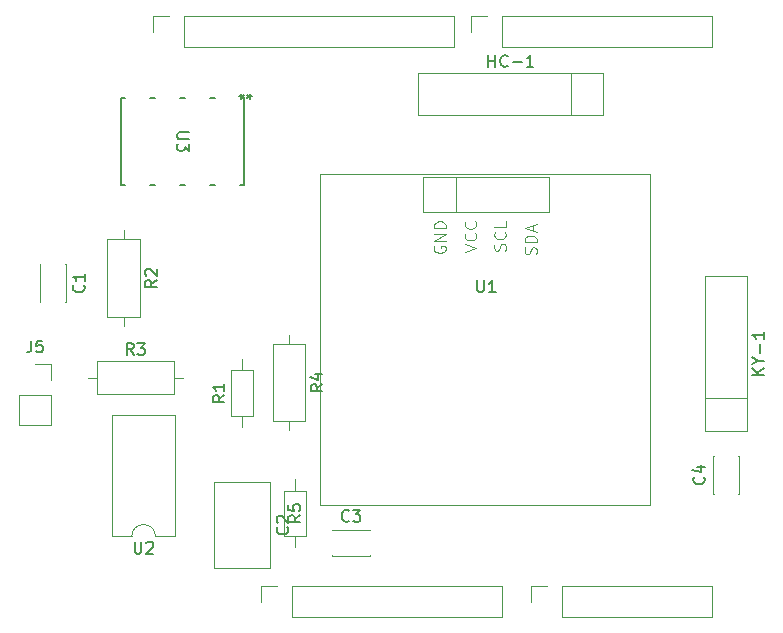
<source format=gbr>
%TF.GenerationSoftware,KiCad,Pcbnew,8.0.3*%
%TF.CreationDate,2025-03-28T09:53:16+01:00*%
%TF.ProjectId,capteur graphite CouBeh,63617074-6575-4722-9067-726170686974,rev?*%
%TF.SameCoordinates,Original*%
%TF.FileFunction,Legend,Top*%
%TF.FilePolarity,Positive*%
%FSLAX46Y46*%
G04 Gerber Fmt 4.6, Leading zero omitted, Abs format (unit mm)*
G04 Created by KiCad (PCBNEW 8.0.3) date 2025-03-28 09:53:16*
%MOMM*%
%LPD*%
G01*
G04 APERTURE LIST*
%ADD10C,0.150000*%
%ADD11C,0.100000*%
%ADD12C,0.120000*%
%ADD13C,0.152400*%
G04 APERTURE END LIST*
D10*
X117824819Y-70246666D02*
X117348628Y-70579999D01*
X117824819Y-70818094D02*
X116824819Y-70818094D01*
X116824819Y-70818094D02*
X116824819Y-70437142D01*
X116824819Y-70437142D02*
X116872438Y-70341904D01*
X116872438Y-70341904D02*
X116920057Y-70294285D01*
X116920057Y-70294285D02*
X117015295Y-70246666D01*
X117015295Y-70246666D02*
X117158152Y-70246666D01*
X117158152Y-70246666D02*
X117253390Y-70294285D01*
X117253390Y-70294285D02*
X117301009Y-70341904D01*
X117301009Y-70341904D02*
X117348628Y-70437142D01*
X117348628Y-70437142D02*
X117348628Y-70818094D01*
X116920057Y-69865713D02*
X116872438Y-69818094D01*
X116872438Y-69818094D02*
X116824819Y-69722856D01*
X116824819Y-69722856D02*
X116824819Y-69484761D01*
X116824819Y-69484761D02*
X116872438Y-69389523D01*
X116872438Y-69389523D02*
X116920057Y-69341904D01*
X116920057Y-69341904D02*
X117015295Y-69294285D01*
X117015295Y-69294285D02*
X117110533Y-69294285D01*
X117110533Y-69294285D02*
X117253390Y-69341904D01*
X117253390Y-69341904D02*
X117824819Y-69913332D01*
X117824819Y-69913332D02*
X117824819Y-69294285D01*
X169224819Y-78245713D02*
X168224819Y-78245713D01*
X169224819Y-77674285D02*
X168653390Y-78102856D01*
X168224819Y-77674285D02*
X168796247Y-78245713D01*
X168748628Y-77055237D02*
X169224819Y-77055237D01*
X168224819Y-77388570D02*
X168748628Y-77055237D01*
X168748628Y-77055237D02*
X168224819Y-76721904D01*
X168843866Y-76388570D02*
X168843866Y-75626666D01*
X169224819Y-74626666D02*
X169224819Y-75198094D01*
X169224819Y-74912380D02*
X168224819Y-74912380D01*
X168224819Y-74912380D02*
X168367676Y-75007618D01*
X168367676Y-75007618D02*
X168462914Y-75102856D01*
X168462914Y-75102856D02*
X168510533Y-75198094D01*
X131824819Y-79086666D02*
X131348628Y-79419999D01*
X131824819Y-79658094D02*
X130824819Y-79658094D01*
X130824819Y-79658094D02*
X130824819Y-79277142D01*
X130824819Y-79277142D02*
X130872438Y-79181904D01*
X130872438Y-79181904D02*
X130920057Y-79134285D01*
X130920057Y-79134285D02*
X131015295Y-79086666D01*
X131015295Y-79086666D02*
X131158152Y-79086666D01*
X131158152Y-79086666D02*
X131253390Y-79134285D01*
X131253390Y-79134285D02*
X131301009Y-79181904D01*
X131301009Y-79181904D02*
X131348628Y-79277142D01*
X131348628Y-79277142D02*
X131348628Y-79658094D01*
X131158152Y-78229523D02*
X131824819Y-78229523D01*
X130777200Y-78467618D02*
X131491485Y-78705713D01*
X131491485Y-78705713D02*
X131491485Y-78086666D01*
X115833333Y-76584819D02*
X115500000Y-76108628D01*
X115261905Y-76584819D02*
X115261905Y-75584819D01*
X115261905Y-75584819D02*
X115642857Y-75584819D01*
X115642857Y-75584819D02*
X115738095Y-75632438D01*
X115738095Y-75632438D02*
X115785714Y-75680057D01*
X115785714Y-75680057D02*
X115833333Y-75775295D01*
X115833333Y-75775295D02*
X115833333Y-75918152D01*
X115833333Y-75918152D02*
X115785714Y-76013390D01*
X115785714Y-76013390D02*
X115738095Y-76061009D01*
X115738095Y-76061009D02*
X115642857Y-76108628D01*
X115642857Y-76108628D02*
X115261905Y-76108628D01*
X116166667Y-75584819D02*
X116785714Y-75584819D01*
X116785714Y-75584819D02*
X116452381Y-75965771D01*
X116452381Y-75965771D02*
X116595238Y-75965771D01*
X116595238Y-75965771D02*
X116690476Y-76013390D01*
X116690476Y-76013390D02*
X116738095Y-76061009D01*
X116738095Y-76061009D02*
X116785714Y-76156247D01*
X116785714Y-76156247D02*
X116785714Y-76394342D01*
X116785714Y-76394342D02*
X116738095Y-76489580D01*
X116738095Y-76489580D02*
X116690476Y-76537200D01*
X116690476Y-76537200D02*
X116595238Y-76584819D01*
X116595238Y-76584819D02*
X116309524Y-76584819D01*
X116309524Y-76584819D02*
X116214286Y-76537200D01*
X116214286Y-76537200D02*
X116166667Y-76489580D01*
X145889048Y-52184819D02*
X145889048Y-51184819D01*
X145889048Y-51661009D02*
X146460476Y-51661009D01*
X146460476Y-52184819D02*
X146460476Y-51184819D01*
X147508095Y-52089580D02*
X147460476Y-52137200D01*
X147460476Y-52137200D02*
X147317619Y-52184819D01*
X147317619Y-52184819D02*
X147222381Y-52184819D01*
X147222381Y-52184819D02*
X147079524Y-52137200D01*
X147079524Y-52137200D02*
X146984286Y-52041961D01*
X146984286Y-52041961D02*
X146936667Y-51946723D01*
X146936667Y-51946723D02*
X146889048Y-51756247D01*
X146889048Y-51756247D02*
X146889048Y-51613390D01*
X146889048Y-51613390D02*
X146936667Y-51422914D01*
X146936667Y-51422914D02*
X146984286Y-51327676D01*
X146984286Y-51327676D02*
X147079524Y-51232438D01*
X147079524Y-51232438D02*
X147222381Y-51184819D01*
X147222381Y-51184819D02*
X147317619Y-51184819D01*
X147317619Y-51184819D02*
X147460476Y-51232438D01*
X147460476Y-51232438D02*
X147508095Y-51280057D01*
X147936667Y-51803866D02*
X148698572Y-51803866D01*
X149698571Y-52184819D02*
X149127143Y-52184819D01*
X149412857Y-52184819D02*
X149412857Y-51184819D01*
X149412857Y-51184819D02*
X149317619Y-51327676D01*
X149317619Y-51327676D02*
X149222381Y-51422914D01*
X149222381Y-51422914D02*
X149127143Y-51470533D01*
X128859580Y-91166666D02*
X128907200Y-91214285D01*
X128907200Y-91214285D02*
X128954819Y-91357142D01*
X128954819Y-91357142D02*
X128954819Y-91452380D01*
X128954819Y-91452380D02*
X128907200Y-91595237D01*
X128907200Y-91595237D02*
X128811961Y-91690475D01*
X128811961Y-91690475D02*
X128716723Y-91738094D01*
X128716723Y-91738094D02*
X128526247Y-91785713D01*
X128526247Y-91785713D02*
X128383390Y-91785713D01*
X128383390Y-91785713D02*
X128192914Y-91738094D01*
X128192914Y-91738094D02*
X128097676Y-91690475D01*
X128097676Y-91690475D02*
X128002438Y-91595237D01*
X128002438Y-91595237D02*
X127954819Y-91452380D01*
X127954819Y-91452380D02*
X127954819Y-91357142D01*
X127954819Y-91357142D02*
X128002438Y-91214285D01*
X128002438Y-91214285D02*
X128050057Y-91166666D01*
X128050057Y-90785713D02*
X128002438Y-90738094D01*
X128002438Y-90738094D02*
X127954819Y-90642856D01*
X127954819Y-90642856D02*
X127954819Y-90404761D01*
X127954819Y-90404761D02*
X128002438Y-90309523D01*
X128002438Y-90309523D02*
X128050057Y-90261904D01*
X128050057Y-90261904D02*
X128145295Y-90214285D01*
X128145295Y-90214285D02*
X128240533Y-90214285D01*
X128240533Y-90214285D02*
X128383390Y-90261904D01*
X128383390Y-90261904D02*
X128954819Y-90833332D01*
X128954819Y-90833332D02*
X128954819Y-90214285D01*
X120545180Y-57738095D02*
X119735657Y-57738095D01*
X119735657Y-57738095D02*
X119640419Y-57785714D01*
X119640419Y-57785714D02*
X119592800Y-57833333D01*
X119592800Y-57833333D02*
X119545180Y-57928571D01*
X119545180Y-57928571D02*
X119545180Y-58119047D01*
X119545180Y-58119047D02*
X119592800Y-58214285D01*
X119592800Y-58214285D02*
X119640419Y-58261904D01*
X119640419Y-58261904D02*
X119735657Y-58309523D01*
X119735657Y-58309523D02*
X120545180Y-58309523D01*
X120545180Y-58690476D02*
X120545180Y-59309523D01*
X120545180Y-59309523D02*
X120164228Y-58976190D01*
X120164228Y-58976190D02*
X120164228Y-59119047D01*
X120164228Y-59119047D02*
X120116609Y-59214285D01*
X120116609Y-59214285D02*
X120068990Y-59261904D01*
X120068990Y-59261904D02*
X119973752Y-59309523D01*
X119973752Y-59309523D02*
X119735657Y-59309523D01*
X119735657Y-59309523D02*
X119640419Y-59261904D01*
X119640419Y-59261904D02*
X119592800Y-59214285D01*
X119592800Y-59214285D02*
X119545180Y-59119047D01*
X119545180Y-59119047D02*
X119545180Y-58833333D01*
X119545180Y-58833333D02*
X119592800Y-58738095D01*
X119592800Y-58738095D02*
X119640419Y-58690476D01*
X124776119Y-54689999D02*
X125014214Y-54689999D01*
X124918976Y-54928094D02*
X125014214Y-54689999D01*
X125014214Y-54689999D02*
X124918976Y-54451904D01*
X125204690Y-54832856D02*
X125014214Y-54689999D01*
X125014214Y-54689999D02*
X125204690Y-54547142D01*
X125866480Y-54690000D02*
X125628385Y-54690000D01*
X125723623Y-54451905D02*
X125628385Y-54690000D01*
X125628385Y-54690000D02*
X125723623Y-54928095D01*
X125437909Y-54547143D02*
X125628385Y-54690000D01*
X125628385Y-54690000D02*
X125437909Y-54832857D01*
X123534819Y-79976666D02*
X123058628Y-80309999D01*
X123534819Y-80548094D02*
X122534819Y-80548094D01*
X122534819Y-80548094D02*
X122534819Y-80167142D01*
X122534819Y-80167142D02*
X122582438Y-80071904D01*
X122582438Y-80071904D02*
X122630057Y-80024285D01*
X122630057Y-80024285D02*
X122725295Y-79976666D01*
X122725295Y-79976666D02*
X122868152Y-79976666D01*
X122868152Y-79976666D02*
X122963390Y-80024285D01*
X122963390Y-80024285D02*
X123011009Y-80071904D01*
X123011009Y-80071904D02*
X123058628Y-80167142D01*
X123058628Y-80167142D02*
X123058628Y-80548094D01*
X123534819Y-79024285D02*
X123534819Y-79595713D01*
X123534819Y-79309999D02*
X122534819Y-79309999D01*
X122534819Y-79309999D02*
X122677676Y-79405237D01*
X122677676Y-79405237D02*
X122772914Y-79500475D01*
X122772914Y-79500475D02*
X122820533Y-79595713D01*
X164109580Y-86916666D02*
X164157200Y-86964285D01*
X164157200Y-86964285D02*
X164204819Y-87107142D01*
X164204819Y-87107142D02*
X164204819Y-87202380D01*
X164204819Y-87202380D02*
X164157200Y-87345237D01*
X164157200Y-87345237D02*
X164061961Y-87440475D01*
X164061961Y-87440475D02*
X163966723Y-87488094D01*
X163966723Y-87488094D02*
X163776247Y-87535713D01*
X163776247Y-87535713D02*
X163633390Y-87535713D01*
X163633390Y-87535713D02*
X163442914Y-87488094D01*
X163442914Y-87488094D02*
X163347676Y-87440475D01*
X163347676Y-87440475D02*
X163252438Y-87345237D01*
X163252438Y-87345237D02*
X163204819Y-87202380D01*
X163204819Y-87202380D02*
X163204819Y-87107142D01*
X163204819Y-87107142D02*
X163252438Y-86964285D01*
X163252438Y-86964285D02*
X163300057Y-86916666D01*
X163538152Y-86059523D02*
X164204819Y-86059523D01*
X163157200Y-86297618D02*
X163871485Y-86535713D01*
X163871485Y-86535713D02*
X163871485Y-85916666D01*
X107166666Y-75364819D02*
X107166666Y-76079104D01*
X107166666Y-76079104D02*
X107119047Y-76221961D01*
X107119047Y-76221961D02*
X107023809Y-76317200D01*
X107023809Y-76317200D02*
X106880952Y-76364819D01*
X106880952Y-76364819D02*
X106785714Y-76364819D01*
X108119047Y-75364819D02*
X107642857Y-75364819D01*
X107642857Y-75364819D02*
X107595238Y-75841009D01*
X107595238Y-75841009D02*
X107642857Y-75793390D01*
X107642857Y-75793390D02*
X107738095Y-75745771D01*
X107738095Y-75745771D02*
X107976190Y-75745771D01*
X107976190Y-75745771D02*
X108071428Y-75793390D01*
X108071428Y-75793390D02*
X108119047Y-75841009D01*
X108119047Y-75841009D02*
X108166666Y-75936247D01*
X108166666Y-75936247D02*
X108166666Y-76174342D01*
X108166666Y-76174342D02*
X108119047Y-76269580D01*
X108119047Y-76269580D02*
X108071428Y-76317200D01*
X108071428Y-76317200D02*
X107976190Y-76364819D01*
X107976190Y-76364819D02*
X107738095Y-76364819D01*
X107738095Y-76364819D02*
X107642857Y-76317200D01*
X107642857Y-76317200D02*
X107595238Y-76269580D01*
X111609580Y-70666666D02*
X111657200Y-70714285D01*
X111657200Y-70714285D02*
X111704819Y-70857142D01*
X111704819Y-70857142D02*
X111704819Y-70952380D01*
X111704819Y-70952380D02*
X111657200Y-71095237D01*
X111657200Y-71095237D02*
X111561961Y-71190475D01*
X111561961Y-71190475D02*
X111466723Y-71238094D01*
X111466723Y-71238094D02*
X111276247Y-71285713D01*
X111276247Y-71285713D02*
X111133390Y-71285713D01*
X111133390Y-71285713D02*
X110942914Y-71238094D01*
X110942914Y-71238094D02*
X110847676Y-71190475D01*
X110847676Y-71190475D02*
X110752438Y-71095237D01*
X110752438Y-71095237D02*
X110704819Y-70952380D01*
X110704819Y-70952380D02*
X110704819Y-70857142D01*
X110704819Y-70857142D02*
X110752438Y-70714285D01*
X110752438Y-70714285D02*
X110800057Y-70666666D01*
X111704819Y-69714285D02*
X111704819Y-70285713D01*
X111704819Y-69999999D02*
X110704819Y-69999999D01*
X110704819Y-69999999D02*
X110847676Y-70095237D01*
X110847676Y-70095237D02*
X110942914Y-70190475D01*
X110942914Y-70190475D02*
X110990533Y-70285713D01*
X115928095Y-92404819D02*
X115928095Y-93214342D01*
X115928095Y-93214342D02*
X115975714Y-93309580D01*
X115975714Y-93309580D02*
X116023333Y-93357200D01*
X116023333Y-93357200D02*
X116118571Y-93404819D01*
X116118571Y-93404819D02*
X116309047Y-93404819D01*
X116309047Y-93404819D02*
X116404285Y-93357200D01*
X116404285Y-93357200D02*
X116451904Y-93309580D01*
X116451904Y-93309580D02*
X116499523Y-93214342D01*
X116499523Y-93214342D02*
X116499523Y-92404819D01*
X116928095Y-92500057D02*
X116975714Y-92452438D01*
X116975714Y-92452438D02*
X117070952Y-92404819D01*
X117070952Y-92404819D02*
X117309047Y-92404819D01*
X117309047Y-92404819D02*
X117404285Y-92452438D01*
X117404285Y-92452438D02*
X117451904Y-92500057D01*
X117451904Y-92500057D02*
X117499523Y-92595295D01*
X117499523Y-92595295D02*
X117499523Y-92690533D01*
X117499523Y-92690533D02*
X117451904Y-92833390D01*
X117451904Y-92833390D02*
X116880476Y-93404819D01*
X116880476Y-93404819D02*
X117499523Y-93404819D01*
X134083333Y-90609580D02*
X134035714Y-90657200D01*
X134035714Y-90657200D02*
X133892857Y-90704819D01*
X133892857Y-90704819D02*
X133797619Y-90704819D01*
X133797619Y-90704819D02*
X133654762Y-90657200D01*
X133654762Y-90657200D02*
X133559524Y-90561961D01*
X133559524Y-90561961D02*
X133511905Y-90466723D01*
X133511905Y-90466723D02*
X133464286Y-90276247D01*
X133464286Y-90276247D02*
X133464286Y-90133390D01*
X133464286Y-90133390D02*
X133511905Y-89942914D01*
X133511905Y-89942914D02*
X133559524Y-89847676D01*
X133559524Y-89847676D02*
X133654762Y-89752438D01*
X133654762Y-89752438D02*
X133797619Y-89704819D01*
X133797619Y-89704819D02*
X133892857Y-89704819D01*
X133892857Y-89704819D02*
X134035714Y-89752438D01*
X134035714Y-89752438D02*
X134083333Y-89800057D01*
X134416667Y-89704819D02*
X135035714Y-89704819D01*
X135035714Y-89704819D02*
X134702381Y-90085771D01*
X134702381Y-90085771D02*
X134845238Y-90085771D01*
X134845238Y-90085771D02*
X134940476Y-90133390D01*
X134940476Y-90133390D02*
X134988095Y-90181009D01*
X134988095Y-90181009D02*
X135035714Y-90276247D01*
X135035714Y-90276247D02*
X135035714Y-90514342D01*
X135035714Y-90514342D02*
X134988095Y-90609580D01*
X134988095Y-90609580D02*
X134940476Y-90657200D01*
X134940476Y-90657200D02*
X134845238Y-90704819D01*
X134845238Y-90704819D02*
X134559524Y-90704819D01*
X134559524Y-90704819D02*
X134464286Y-90657200D01*
X134464286Y-90657200D02*
X134416667Y-90609580D01*
X129954819Y-90166666D02*
X129478628Y-90499999D01*
X129954819Y-90738094D02*
X128954819Y-90738094D01*
X128954819Y-90738094D02*
X128954819Y-90357142D01*
X128954819Y-90357142D02*
X129002438Y-90261904D01*
X129002438Y-90261904D02*
X129050057Y-90214285D01*
X129050057Y-90214285D02*
X129145295Y-90166666D01*
X129145295Y-90166666D02*
X129288152Y-90166666D01*
X129288152Y-90166666D02*
X129383390Y-90214285D01*
X129383390Y-90214285D02*
X129431009Y-90261904D01*
X129431009Y-90261904D02*
X129478628Y-90357142D01*
X129478628Y-90357142D02*
X129478628Y-90738094D01*
X128954819Y-89261904D02*
X128954819Y-89738094D01*
X128954819Y-89738094D02*
X129431009Y-89785713D01*
X129431009Y-89785713D02*
X129383390Y-89738094D01*
X129383390Y-89738094D02*
X129335771Y-89642856D01*
X129335771Y-89642856D02*
X129335771Y-89404761D01*
X129335771Y-89404761D02*
X129383390Y-89309523D01*
X129383390Y-89309523D02*
X129431009Y-89261904D01*
X129431009Y-89261904D02*
X129526247Y-89214285D01*
X129526247Y-89214285D02*
X129764342Y-89214285D01*
X129764342Y-89214285D02*
X129859580Y-89261904D01*
X129859580Y-89261904D02*
X129907200Y-89309523D01*
X129907200Y-89309523D02*
X129954819Y-89404761D01*
X129954819Y-89404761D02*
X129954819Y-89642856D01*
X129954819Y-89642856D02*
X129907200Y-89738094D01*
X129907200Y-89738094D02*
X129859580Y-89785713D01*
X144928095Y-70254819D02*
X144928095Y-71064342D01*
X144928095Y-71064342D02*
X144975714Y-71159580D01*
X144975714Y-71159580D02*
X145023333Y-71207200D01*
X145023333Y-71207200D02*
X145118571Y-71254819D01*
X145118571Y-71254819D02*
X145309047Y-71254819D01*
X145309047Y-71254819D02*
X145404285Y-71207200D01*
X145404285Y-71207200D02*
X145451904Y-71159580D01*
X145451904Y-71159580D02*
X145499523Y-71064342D01*
X145499523Y-71064342D02*
X145499523Y-70254819D01*
X146499523Y-71254819D02*
X145928095Y-71254819D01*
X146213809Y-71254819D02*
X146213809Y-70254819D01*
X146213809Y-70254819D02*
X146118571Y-70397676D01*
X146118571Y-70397676D02*
X146023333Y-70492914D01*
X146023333Y-70492914D02*
X145928095Y-70540533D01*
D11*
X141310038Y-67372306D02*
X141262419Y-67467544D01*
X141262419Y-67467544D02*
X141262419Y-67610401D01*
X141262419Y-67610401D02*
X141310038Y-67753258D01*
X141310038Y-67753258D02*
X141405276Y-67848496D01*
X141405276Y-67848496D02*
X141500514Y-67896115D01*
X141500514Y-67896115D02*
X141690990Y-67943734D01*
X141690990Y-67943734D02*
X141833847Y-67943734D01*
X141833847Y-67943734D02*
X142024323Y-67896115D01*
X142024323Y-67896115D02*
X142119561Y-67848496D01*
X142119561Y-67848496D02*
X142214800Y-67753258D01*
X142214800Y-67753258D02*
X142262419Y-67610401D01*
X142262419Y-67610401D02*
X142262419Y-67515163D01*
X142262419Y-67515163D02*
X142214800Y-67372306D01*
X142214800Y-67372306D02*
X142167180Y-67324687D01*
X142167180Y-67324687D02*
X141833847Y-67324687D01*
X141833847Y-67324687D02*
X141833847Y-67515163D01*
X142262419Y-66896115D02*
X141262419Y-66896115D01*
X141262419Y-66896115D02*
X142262419Y-66324687D01*
X142262419Y-66324687D02*
X141262419Y-66324687D01*
X142262419Y-65848496D02*
X141262419Y-65848496D01*
X141262419Y-65848496D02*
X141262419Y-65610401D01*
X141262419Y-65610401D02*
X141310038Y-65467544D01*
X141310038Y-65467544D02*
X141405276Y-65372306D01*
X141405276Y-65372306D02*
X141500514Y-65324687D01*
X141500514Y-65324687D02*
X141690990Y-65277068D01*
X141690990Y-65277068D02*
X141833847Y-65277068D01*
X141833847Y-65277068D02*
X142024323Y-65324687D01*
X142024323Y-65324687D02*
X142119561Y-65372306D01*
X142119561Y-65372306D02*
X142214800Y-65467544D01*
X142214800Y-65467544D02*
X142262419Y-65610401D01*
X142262419Y-65610401D02*
X142262419Y-65848496D01*
X149914800Y-68043734D02*
X149962419Y-67900877D01*
X149962419Y-67900877D02*
X149962419Y-67662782D01*
X149962419Y-67662782D02*
X149914800Y-67567544D01*
X149914800Y-67567544D02*
X149867180Y-67519925D01*
X149867180Y-67519925D02*
X149771942Y-67472306D01*
X149771942Y-67472306D02*
X149676704Y-67472306D01*
X149676704Y-67472306D02*
X149581466Y-67519925D01*
X149581466Y-67519925D02*
X149533847Y-67567544D01*
X149533847Y-67567544D02*
X149486228Y-67662782D01*
X149486228Y-67662782D02*
X149438609Y-67853258D01*
X149438609Y-67853258D02*
X149390990Y-67948496D01*
X149390990Y-67948496D02*
X149343371Y-67996115D01*
X149343371Y-67996115D02*
X149248133Y-68043734D01*
X149248133Y-68043734D02*
X149152895Y-68043734D01*
X149152895Y-68043734D02*
X149057657Y-67996115D01*
X149057657Y-67996115D02*
X149010038Y-67948496D01*
X149010038Y-67948496D02*
X148962419Y-67853258D01*
X148962419Y-67853258D02*
X148962419Y-67615163D01*
X148962419Y-67615163D02*
X149010038Y-67472306D01*
X149962419Y-67043734D02*
X148962419Y-67043734D01*
X148962419Y-67043734D02*
X148962419Y-66805639D01*
X148962419Y-66805639D02*
X149010038Y-66662782D01*
X149010038Y-66662782D02*
X149105276Y-66567544D01*
X149105276Y-66567544D02*
X149200514Y-66519925D01*
X149200514Y-66519925D02*
X149390990Y-66472306D01*
X149390990Y-66472306D02*
X149533847Y-66472306D01*
X149533847Y-66472306D02*
X149724323Y-66519925D01*
X149724323Y-66519925D02*
X149819561Y-66567544D01*
X149819561Y-66567544D02*
X149914800Y-66662782D01*
X149914800Y-66662782D02*
X149962419Y-66805639D01*
X149962419Y-66805639D02*
X149962419Y-67043734D01*
X149676704Y-66091353D02*
X149676704Y-65615163D01*
X149962419Y-66186591D02*
X148962419Y-65853258D01*
X148962419Y-65853258D02*
X149962419Y-65519925D01*
X143862419Y-67838972D02*
X144862419Y-67505639D01*
X144862419Y-67505639D02*
X143862419Y-67172306D01*
X144767180Y-66267544D02*
X144814800Y-66315163D01*
X144814800Y-66315163D02*
X144862419Y-66458020D01*
X144862419Y-66458020D02*
X144862419Y-66553258D01*
X144862419Y-66553258D02*
X144814800Y-66696115D01*
X144814800Y-66696115D02*
X144719561Y-66791353D01*
X144719561Y-66791353D02*
X144624323Y-66838972D01*
X144624323Y-66838972D02*
X144433847Y-66886591D01*
X144433847Y-66886591D02*
X144290990Y-66886591D01*
X144290990Y-66886591D02*
X144100514Y-66838972D01*
X144100514Y-66838972D02*
X144005276Y-66791353D01*
X144005276Y-66791353D02*
X143910038Y-66696115D01*
X143910038Y-66696115D02*
X143862419Y-66553258D01*
X143862419Y-66553258D02*
X143862419Y-66458020D01*
X143862419Y-66458020D02*
X143910038Y-66315163D01*
X143910038Y-66315163D02*
X143957657Y-66267544D01*
X144767180Y-65267544D02*
X144814800Y-65315163D01*
X144814800Y-65315163D02*
X144862419Y-65458020D01*
X144862419Y-65458020D02*
X144862419Y-65553258D01*
X144862419Y-65553258D02*
X144814800Y-65696115D01*
X144814800Y-65696115D02*
X144719561Y-65791353D01*
X144719561Y-65791353D02*
X144624323Y-65838972D01*
X144624323Y-65838972D02*
X144433847Y-65886591D01*
X144433847Y-65886591D02*
X144290990Y-65886591D01*
X144290990Y-65886591D02*
X144100514Y-65838972D01*
X144100514Y-65838972D02*
X144005276Y-65791353D01*
X144005276Y-65791353D02*
X143910038Y-65696115D01*
X143910038Y-65696115D02*
X143862419Y-65553258D01*
X143862419Y-65553258D02*
X143862419Y-65458020D01*
X143862419Y-65458020D02*
X143910038Y-65315163D01*
X143910038Y-65315163D02*
X143957657Y-65267544D01*
X147314800Y-67743734D02*
X147362419Y-67600877D01*
X147362419Y-67600877D02*
X147362419Y-67362782D01*
X147362419Y-67362782D02*
X147314800Y-67267544D01*
X147314800Y-67267544D02*
X147267180Y-67219925D01*
X147267180Y-67219925D02*
X147171942Y-67172306D01*
X147171942Y-67172306D02*
X147076704Y-67172306D01*
X147076704Y-67172306D02*
X146981466Y-67219925D01*
X146981466Y-67219925D02*
X146933847Y-67267544D01*
X146933847Y-67267544D02*
X146886228Y-67362782D01*
X146886228Y-67362782D02*
X146838609Y-67553258D01*
X146838609Y-67553258D02*
X146790990Y-67648496D01*
X146790990Y-67648496D02*
X146743371Y-67696115D01*
X146743371Y-67696115D02*
X146648133Y-67743734D01*
X146648133Y-67743734D02*
X146552895Y-67743734D01*
X146552895Y-67743734D02*
X146457657Y-67696115D01*
X146457657Y-67696115D02*
X146410038Y-67648496D01*
X146410038Y-67648496D02*
X146362419Y-67553258D01*
X146362419Y-67553258D02*
X146362419Y-67315163D01*
X146362419Y-67315163D02*
X146410038Y-67172306D01*
X147267180Y-66172306D02*
X147314800Y-66219925D01*
X147314800Y-66219925D02*
X147362419Y-66362782D01*
X147362419Y-66362782D02*
X147362419Y-66458020D01*
X147362419Y-66458020D02*
X147314800Y-66600877D01*
X147314800Y-66600877D02*
X147219561Y-66696115D01*
X147219561Y-66696115D02*
X147124323Y-66743734D01*
X147124323Y-66743734D02*
X146933847Y-66791353D01*
X146933847Y-66791353D02*
X146790990Y-66791353D01*
X146790990Y-66791353D02*
X146600514Y-66743734D01*
X146600514Y-66743734D02*
X146505276Y-66696115D01*
X146505276Y-66696115D02*
X146410038Y-66600877D01*
X146410038Y-66600877D02*
X146362419Y-66458020D01*
X146362419Y-66458020D02*
X146362419Y-66362782D01*
X146362419Y-66362782D02*
X146410038Y-66219925D01*
X146410038Y-66219925D02*
X146457657Y-66172306D01*
X147362419Y-65267544D02*
X147362419Y-65743734D01*
X147362419Y-65743734D02*
X146362419Y-65743734D01*
D12*
%TO.C,J1*%
X126610000Y-96130000D02*
X127940000Y-96130000D01*
X126610000Y-97460000D02*
X126610000Y-96130000D01*
X129210000Y-96130000D02*
X147050000Y-96130000D01*
X129210000Y-98790000D02*
X129210000Y-96130000D01*
X129210000Y-98790000D02*
X147050000Y-98790000D01*
X147050000Y-98790000D02*
X147050000Y-96130000D01*
%TO.C,J3*%
X149470000Y-96130000D02*
X150800000Y-96130000D01*
X149470000Y-97460000D02*
X149470000Y-96130000D01*
X152070000Y-96130000D02*
X164830000Y-96130000D01*
X152070000Y-98790000D02*
X152070000Y-96130000D01*
X152070000Y-98790000D02*
X164830000Y-98790000D01*
X164830000Y-98790000D02*
X164830000Y-96130000D01*
%TO.C,J2*%
X117466000Y-47870000D02*
X118796000Y-47870000D01*
X117466000Y-49200000D02*
X117466000Y-47870000D01*
X120066000Y-47870000D02*
X142986000Y-47870000D01*
X120066000Y-50530000D02*
X120066000Y-47870000D01*
X120066000Y-50530000D02*
X142986000Y-50530000D01*
X142986000Y-50530000D02*
X142986000Y-47870000D01*
%TO.C,J4*%
X144390000Y-47870000D02*
X145720000Y-47870000D01*
X144390000Y-49200000D02*
X144390000Y-47870000D01*
X146990000Y-47870000D02*
X164830000Y-47870000D01*
X146990000Y-50530000D02*
X146990000Y-47870000D01*
X146990000Y-50530000D02*
X164830000Y-50530000D01*
X164830000Y-50530000D02*
X164830000Y-47870000D01*
%TO.C,R2*%
X113630000Y-66810000D02*
X113630000Y-73350000D01*
X113630000Y-73350000D02*
X116370000Y-73350000D01*
X115000000Y-66040000D02*
X115000000Y-66810000D01*
X115000000Y-74120000D02*
X115000000Y-73350000D01*
X116370000Y-66810000D02*
X113630000Y-66810000D01*
X116370000Y-73350000D02*
X116370000Y-66810000D01*
%TO.C,KY-1*%
X164230000Y-69880000D02*
X167770000Y-69880000D01*
X164230000Y-80270000D02*
X167770000Y-80270000D01*
X164230000Y-83040000D02*
X164230000Y-69880000D01*
X167770000Y-69880000D02*
X167770000Y-83040000D01*
X167770000Y-83040000D02*
X164230000Y-83040000D01*
%TO.C,R4*%
X127630000Y-75650000D02*
X127630000Y-82190000D01*
X127630000Y-82190000D02*
X130370000Y-82190000D01*
X129000000Y-74880000D02*
X129000000Y-75650000D01*
X129000000Y-82960000D02*
X129000000Y-82190000D01*
X130370000Y-75650000D02*
X127630000Y-75650000D01*
X130370000Y-82190000D02*
X130370000Y-75650000D01*
%TO.C,R3*%
X111960000Y-78500000D02*
X112730000Y-78500000D01*
X112730000Y-77130000D02*
X112730000Y-79870000D01*
X112730000Y-79870000D02*
X119270000Y-79870000D01*
X119270000Y-77130000D02*
X112730000Y-77130000D01*
X119270000Y-79870000D02*
X119270000Y-77130000D01*
X120040000Y-78500000D02*
X119270000Y-78500000D01*
%TO.C,HC-1*%
X139920000Y-52730000D02*
X155620000Y-52730000D01*
X139920000Y-56270000D02*
X139920000Y-52730000D01*
X152850000Y-56270000D02*
X152850000Y-52730000D01*
X155620000Y-52730000D02*
X155620000Y-56270000D01*
X155620000Y-56270000D02*
X139920000Y-56270000D01*
%TO.C,C2*%
X122630000Y-87380000D02*
X122630000Y-94620000D01*
X127370000Y-87380000D02*
X122630000Y-87380000D01*
X127370000Y-87380000D02*
X127370000Y-94620000D01*
X127370000Y-94620000D02*
X122630000Y-94620000D01*
D13*
%TO.C,U3*%
X114793000Y-54817000D02*
X114793000Y-62183000D01*
X114793000Y-62183000D02*
X115115439Y-62183000D01*
X115115439Y-54817000D02*
X114793000Y-54817000D01*
X117264561Y-62183000D02*
X117655439Y-62183000D01*
X117655439Y-54817000D02*
X117264561Y-54817000D01*
X119804561Y-62183000D02*
X120195439Y-62183000D01*
X120195439Y-54817000D02*
X119804561Y-54817000D01*
X122344561Y-62183000D02*
X122735439Y-62183000D01*
X122727960Y-54817000D02*
X122344561Y-54817000D01*
X124884561Y-62183000D02*
X125207000Y-62183000D01*
X125207000Y-54817000D02*
X124892040Y-54817000D01*
X125207000Y-62183000D02*
X125207000Y-54817000D01*
D12*
%TO.C,R1*%
X124080000Y-77890000D02*
X124080000Y-81730000D01*
X124080000Y-81730000D02*
X125920000Y-81730000D01*
X125000000Y-76940000D02*
X125000000Y-77890000D01*
X125000000Y-82680000D02*
X125000000Y-81730000D01*
X125920000Y-77890000D02*
X124080000Y-77890000D01*
X125920000Y-81730000D02*
X125920000Y-77890000D01*
%TO.C,C4*%
X164880000Y-85130000D02*
X164945000Y-85130000D01*
X164880000Y-88370000D02*
X164880000Y-85130000D01*
X164880000Y-88370000D02*
X164945000Y-88370000D01*
X167055000Y-85130000D02*
X167120000Y-85130000D01*
X167055000Y-88370000D02*
X167120000Y-88370000D01*
X167120000Y-88370000D02*
X167120000Y-85130000D01*
%TO.C,J5*%
X106170000Y-79950000D02*
X106170000Y-82550000D01*
X106170000Y-79950000D02*
X108830000Y-79950000D01*
X106170000Y-82550000D02*
X108830000Y-82550000D01*
X107500000Y-77350000D02*
X108830000Y-77350000D01*
X108830000Y-77350000D02*
X108830000Y-78680000D01*
X108830000Y-79950000D02*
X108830000Y-82550000D01*
%TO.C,C1*%
X107880000Y-68880000D02*
X107880000Y-72120000D01*
X107945000Y-68880000D02*
X107880000Y-68880000D01*
X107945000Y-72120000D02*
X107880000Y-72120000D01*
X110120000Y-68880000D02*
X110055000Y-68880000D01*
X110120000Y-68880000D02*
X110120000Y-72120000D01*
X110120000Y-72120000D02*
X110055000Y-72120000D01*
%TO.C,U2*%
X114040000Y-81670000D02*
X114040000Y-91950000D01*
X114040000Y-91950000D02*
X115690000Y-91950000D01*
X117690000Y-91950000D02*
X119340000Y-91950000D01*
X119340000Y-81670000D02*
X114040000Y-81670000D01*
X119340000Y-91950000D02*
X119340000Y-81670000D01*
X115690000Y-91950000D02*
G75*
G02*
X117690000Y-91950000I1000000J0D01*
G01*
%TO.C,C3*%
X132630000Y-91380000D02*
X132630000Y-91445000D01*
X132630000Y-91380000D02*
X135870000Y-91380000D01*
X132630000Y-93555000D02*
X132630000Y-93620000D01*
X132630000Y-93620000D02*
X135870000Y-93620000D01*
X135870000Y-91380000D02*
X135870000Y-91445000D01*
X135870000Y-93555000D02*
X135870000Y-93620000D01*
%TO.C,R5*%
X128580000Y-88080000D02*
X128580000Y-91920000D01*
X128580000Y-91920000D02*
X130420000Y-91920000D01*
X129500000Y-87130000D02*
X129500000Y-88080000D01*
X129500000Y-92870000D02*
X129500000Y-91920000D01*
X130420000Y-88080000D02*
X128580000Y-88080000D01*
X130420000Y-91920000D02*
X130420000Y-88080000D01*
%TO.C,U1*%
X140380000Y-61500000D02*
X151000000Y-61500000D01*
X140380000Y-64500000D02*
X140380000Y-61500000D01*
X143150000Y-61500000D02*
X143150000Y-64500000D01*
X151000000Y-61500000D02*
X151000000Y-64500000D01*
X151000000Y-64500000D02*
X140380000Y-64500000D01*
D11*
X131590000Y-61300000D02*
X159590000Y-61300000D01*
X159590000Y-89300000D01*
X131590000Y-89300000D01*
X131590000Y-61300000D01*
%TD*%
M02*

</source>
